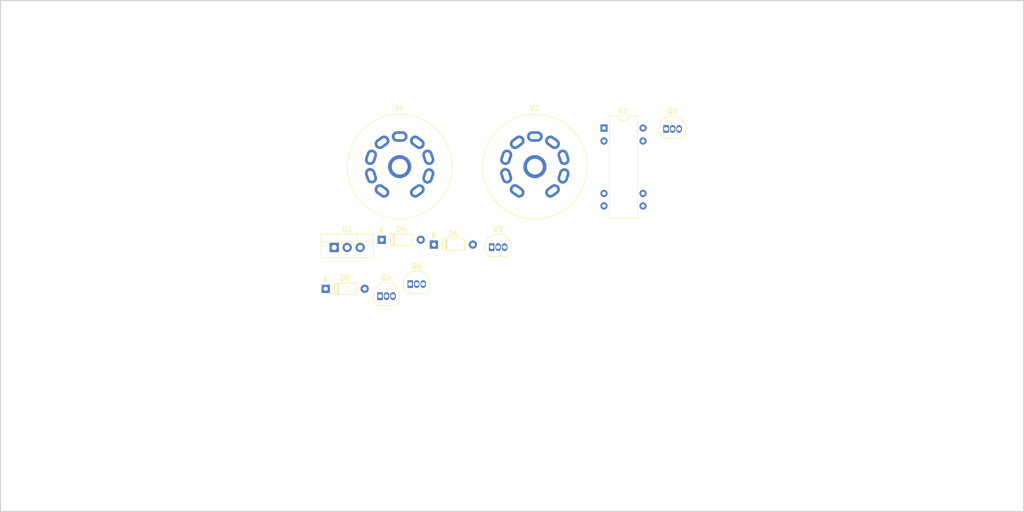
<source format=kicad_pcb>
(kicad_pcb (version 20171130) (host pcbnew "(5.0.0-rc2-dev-378-g94dbcc719)")

  (general
    (thickness 1.6)
    (drawings 4)
    (tracks 0)
    (zones 0)
    (modules 11)
    (nets 27)
  )

  (page A4)
  (layers
    (0 F.Cu signal)
    (31 B.Cu signal)
    (32 B.Adhes user)
    (33 F.Adhes user)
    (34 B.Paste user)
    (35 F.Paste user)
    (36 B.SilkS user)
    (37 F.SilkS user)
    (38 B.Mask user)
    (39 F.Mask user)
    (40 Dwgs.User user)
    (41 Cmts.User user)
    (42 Eco1.User user)
    (43 Eco2.User user)
    (44 Edge.Cuts user)
    (45 Margin user)
    (46 B.CrtYd user)
    (47 F.CrtYd user)
    (48 B.Fab user)
    (49 F.Fab user)
  )

  (setup
    (last_trace_width 0.25)
    (trace_clearance 0.2)
    (zone_clearance 0.508)
    (zone_45_only no)
    (trace_min 0.2)
    (segment_width 0.2)
    (edge_width 0.15)
    (via_size 0.8)
    (via_drill 0.4)
    (via_min_size 0.4)
    (via_min_drill 0.3)
    (uvia_size 0.3)
    (uvia_drill 0.1)
    (uvias_allowed no)
    (uvia_min_size 0.2)
    (uvia_min_drill 0.1)
    (pcb_text_width 0.3)
    (pcb_text_size 1.5 1.5)
    (mod_edge_width 0.15)
    (mod_text_size 1 1)
    (mod_text_width 0.15)
    (pad_size 1.524 1.524)
    (pad_drill 0.762)
    (pad_to_mask_clearance 0.2)
    (aux_axis_origin 0 0)
    (visible_elements FFFFFF7F)
    (pcbplotparams
      (layerselection 0x010fc_ffffffff)
      (usegerberextensions false)
      (usegerberattributes false)
      (usegerberadvancedattributes false)
      (creategerberjobfile false)
      (excludeedgelayer true)
      (linewidth 0.100000)
      (plotframeref false)
      (viasonmask false)
      (mode 1)
      (useauxorigin false)
      (hpglpennumber 1)
      (hpglpenspeed 20)
      (hpglpendiameter 15)
      (psnegative false)
      (psa4output false)
      (plotreference true)
      (plotvalue true)
      (plotinvisibletext false)
      (padsonsilk false)
      (subtractmaskfromsilk false)
      (outputformat 1)
      (mirror false)
      (drillshape 1)
      (scaleselection 1)
      (outputdirectory ../../images/))
  )

  (net 0 "")
  (net 1 "Net-(C12-Pad1)")
  (net 2 "Net-(D4-Pad2)")
  (net 3 "Net-(D5-Pad2)")
  (net 4 "Net-(C13-Pad1)")
  (net 5 amp-out)
  (net 6 RL-OUT)
  (net 7 "Net-(Q4-Pad2)")
  (net 8 GND)
  (net 9 "Net-(Q5-Pad1)")
  (net 10 "Net-(C15-Pad2)")
  (net 11 "Net-(Q5-Pad2)")
  (net 12 "Net-(Q7-Pad3)")
  (net 13 "Net-(Q11-Pad2)")
  (net 14 "Net-(C4-Pad2)")
  (net 15 -38V)
  (net 16 "Net-(C2-Pad2)")
  (net 17 "Net-(R11-Pad1)")
  (net 18 FeedBack)
  (net 19 "Net-(Q1-Pad1)")
  (net 20 "Net-(C1-Pad2)")
  (net 21 "Net-(R6-Pad1)")
  (net 22 "Net-(R3-Pad2)")
  (net 23 "Net-(C1-Pad1)")
  (net 24 "Net-(C8-Pad2)")
  (net 25 "Net-(R11-Pad2)")
  (net 26 "Net-(C7-Pad2)")

  (net_class Default "This is the default net class."
    (clearance 0.2)
    (trace_width 0.25)
    (via_dia 0.8)
    (via_drill 0.4)
    (uvia_dia 0.3)
    (uvia_drill 0.1)
    (add_net -38V)
    (add_net FeedBack)
    (add_net GND)
    (add_net "Net-(C1-Pad1)")
    (add_net "Net-(C1-Pad2)")
    (add_net "Net-(C12-Pad1)")
    (add_net "Net-(C13-Pad1)")
    (add_net "Net-(C15-Pad2)")
    (add_net "Net-(C2-Pad2)")
    (add_net "Net-(C4-Pad2)")
    (add_net "Net-(C7-Pad2)")
    (add_net "Net-(C8-Pad2)")
    (add_net "Net-(D4-Pad2)")
    (add_net "Net-(D5-Pad2)")
    (add_net "Net-(Q1-Pad1)")
    (add_net "Net-(Q11-Pad2)")
    (add_net "Net-(Q4-Pad2)")
    (add_net "Net-(Q5-Pad1)")
    (add_net "Net-(Q5-Pad2)")
    (add_net "Net-(Q7-Pad3)")
    (add_net "Net-(R11-Pad1)")
    (add_net "Net-(R11-Pad2)")
    (add_net "Net-(R3-Pad2)")
    (add_net "Net-(R6-Pad1)")
    (add_net RL-OUT)
    (add_net amp-out)
  )

  (module Valve:Valve_ECC-83-2 (layer F.Cu) (tedit 5A030096) (tstamp 5ADC85E8)
    (at 149.75542 78.62142)
    (descr "Valve ECC-83-2 flat pins")
    (tags "Valve ECC-83-2 flat pins")
    (path /5AD246E0)
    (fp_text reference V2 (at -3.45 -16.18) (layer F.SilkS)
      (effects (font (size 1 1) (thickness 0.15)))
    )
    (fp_text value ECC88 (at -3.45 6.68) (layer F.Fab)
      (effects (font (size 1 1) (thickness 0.15)))
    )
    (fp_circle (center -3.45 -4.75) (end 6.71 -3.48) (layer F.SilkS) (width 0.12))
    (fp_circle (center -3.45 -4.75) (end -3.45 -15.25) (layer F.CrtYd) (width 0.05))
    (fp_circle (center -3.45 -4.75) (end -3.45 -15) (layer F.Fab) (width 0.1))
    (fp_text user %R (at -3.45 -13.25) (layer F.Fab)
      (effects (font (size 1 1) (thickness 0.15)))
    )
    (pad 2 thru_hole circle (at -3.45 -4.75) (size 4.5 4.5) (drill 3.1) (layers *.Cu *.Mask))
    (pad 9 thru_hole oval (at -6.91 0 54) (size 2.03 3.05) (drill oval 1.02 2.03) (layers *.Cu *.Mask))
    (pad 8 thru_hole oval (at -9.06 -2.97 18) (size 2.03 3.05) (drill oval 1.02 2.03) (layers *.Cu *.Mask)
      (net 24 "Net-(C8-Pad2)"))
    (pad 7 thru_hole oval (at -9.06 -6.58 342) (size 2.03 3.05) (drill oval 1.02 2.03) (layers *.Cu *.Mask)
      (net 25 "Net-(R11-Pad2)"))
    (pad 6 thru_hole oval (at -6.91 -9.51 306) (size 2.03 3.05) (drill oval 1.02 2.03) (layers *.Cu *.Mask)
      (net 26 "Net-(C7-Pad2)"))
    (pad 5 thru_hole oval (at -3.45 -10.65 90) (size 2.03 3.05) (drill oval 1.02 2.03) (layers *.Cu *.Mask)
      (net 23 "Net-(C1-Pad1)"))
    (pad 4 thru_hole oval (at 0 -9.51 54) (size 2.03 3.05) (drill oval 1.02 2.03) (layers *.Cu *.Mask)
      (net 20 "Net-(C1-Pad2)"))
    (pad 3 thru_hole oval (at 2.15 -6.58 18) (size 2.03 3.05) (drill oval 1.02 2.03) (layers *.Cu *.Mask))
    (pad 2 thru_hole oval (at 2.15 -2.93 342) (size 2.03 3.05) (drill oval 1.02 2.03) (layers *.Cu *.Mask))
    (pad 1 thru_hole oval (at 0 0 306) (size 2.03 3.05) (drill oval 1.02 2.03) (layers *.Cu *.Mask))
    (model ${KISYS3DMOD}/Valve.3dshapes/Valve_ECC-83-2.wrl
      (at (xyz 0 0 0))
      (scale (xyz 1 1 1))
      (rotate (xyz 0 0 0))
    )
  )

  (module Valve:Valve_ECC-83-2 (layer F.Cu) (tedit 5A030096) (tstamp 5ADC85D7)
    (at 123.32542 78.62142)
    (descr "Valve ECC-83-2 flat pins")
    (tags "Valve ECC-83-2 flat pins")
    (path /5AD24911)
    (fp_text reference V1 (at -3.45 -16.18) (layer F.SilkS)
      (effects (font (size 1 1) (thickness 0.15)))
    )
    (fp_text value ECC83 (at -3.45 6.68) (layer F.Fab)
      (effects (font (size 1 1) (thickness 0.15)))
    )
    (fp_text user %R (at -3.45 -13.25) (layer F.Fab)
      (effects (font (size 1 1) (thickness 0.15)))
    )
    (fp_circle (center -3.45 -4.75) (end -3.45 -15) (layer F.Fab) (width 0.1))
    (fp_circle (center -3.45 -4.75) (end -3.45 -15.25) (layer F.CrtYd) (width 0.05))
    (fp_circle (center -3.45 -4.75) (end 6.71 -3.48) (layer F.SilkS) (width 0.12))
    (pad 1 thru_hole oval (at 0 0 306) (size 2.03 3.05) (drill oval 1.02 2.03) (layers *.Cu *.Mask)
      (net 17 "Net-(R11-Pad1)"))
    (pad 2 thru_hole oval (at 2.15 -2.93 342) (size 2.03 3.05) (drill oval 1.02 2.03) (layers *.Cu *.Mask)
      (net 18 FeedBack))
    (pad 3 thru_hole oval (at 2.15 -6.58 18) (size 2.03 3.05) (drill oval 1.02 2.03) (layers *.Cu *.Mask)
      (net 19 "Net-(Q1-Pad1)"))
    (pad 4 thru_hole oval (at 0 -9.51 54) (size 2.03 3.05) (drill oval 1.02 2.03) (layers *.Cu *.Mask)
      (net 20 "Net-(C1-Pad2)"))
    (pad 5 thru_hole oval (at -3.45 -10.65 90) (size 2.03 3.05) (drill oval 1.02 2.03) (layers *.Cu *.Mask)
      (net 20 "Net-(C1-Pad2)"))
    (pad 6 thru_hole oval (at -6.91 -9.51 306) (size 2.03 3.05) (drill oval 1.02 2.03) (layers *.Cu *.Mask)
      (net 21 "Net-(R6-Pad1)"))
    (pad 7 thru_hole oval (at -9.06 -6.58 342) (size 2.03 3.05) (drill oval 1.02 2.03) (layers *.Cu *.Mask)
      (net 22 "Net-(R3-Pad2)"))
    (pad 8 thru_hole oval (at -9.06 -2.97 18) (size 2.03 3.05) (drill oval 1.02 2.03) (layers *.Cu *.Mask)
      (net 19 "Net-(Q1-Pad1)"))
    (pad 9 thru_hole oval (at -6.91 0 54) (size 2.03 3.05) (drill oval 1.02 2.03) (layers *.Cu *.Mask)
      (net 23 "Net-(C1-Pad1)"))
    (pad 2 thru_hole circle (at -3.45 -4.75) (size 4.5 4.5) (drill 3.1) (layers *.Cu *.Mask)
      (net 18 FeedBack))
    (model ${KISYS3DMOD}/Valve.3dshapes/Valve_ECC-83-2.wrl
      (at (xyz 0 0 0))
      (scale (xyz 1 1 1))
      (rotate (xyz 0 0 0))
    )
  )

  (module Diode_THT:D_DO-35_SOD27_P7.62mm_Horizontal (layer F.Cu) (tedit 5A195B5A) (tstamp 5ADC7AA8)
    (at 116.365001 88.1835)
    (descr "D, DO-35_SOD27 series, Axial, Horizontal, pin pitch=7.62mm, , length*diameter=4*2mm^2, , http://www.diodes.com/_files/packages/DO-35.pdf")
    (tags "D DO-35_SOD27 series Axial Horizontal pin pitch 7.62mm  length 4mm diameter 2mm")
    (path /5B71E607)
    (fp_text reference D4 (at 3.81 -2.12) (layer F.SilkS)
      (effects (font (size 1 1) (thickness 0.15)))
    )
    (fp_text value 1N4148 (at 3.81 2.12) (layer F.Fab)
      (effects (font (size 1 1) (thickness 0.15)))
    )
    (fp_line (start 1.81 -1) (end 1.81 1) (layer F.Fab) (width 0.1))
    (fp_line (start 1.81 1) (end 5.81 1) (layer F.Fab) (width 0.1))
    (fp_line (start 5.81 1) (end 5.81 -1) (layer F.Fab) (width 0.1))
    (fp_line (start 5.81 -1) (end 1.81 -1) (layer F.Fab) (width 0.1))
    (fp_line (start 0 0) (end 1.81 0) (layer F.Fab) (width 0.1))
    (fp_line (start 7.62 0) (end 5.81 0) (layer F.Fab) (width 0.1))
    (fp_line (start 2.41 -1) (end 2.41 1) (layer F.Fab) (width 0.1))
    (fp_line (start 2.51 -1) (end 2.51 1) (layer F.Fab) (width 0.1))
    (fp_line (start 2.31 -1) (end 2.31 1) (layer F.Fab) (width 0.1))
    (fp_line (start 1.69 -1.12) (end 1.69 1.12) (layer F.SilkS) (width 0.12))
    (fp_line (start 1.69 1.12) (end 5.93 1.12) (layer F.SilkS) (width 0.12))
    (fp_line (start 5.93 1.12) (end 5.93 -1.12) (layer F.SilkS) (width 0.12))
    (fp_line (start 5.93 -1.12) (end 1.69 -1.12) (layer F.SilkS) (width 0.12))
    (fp_line (start 1.04 0) (end 1.69 0) (layer F.SilkS) (width 0.12))
    (fp_line (start 6.58 0) (end 5.93 0) (layer F.SilkS) (width 0.12))
    (fp_line (start 2.41 -1.12) (end 2.41 1.12) (layer F.SilkS) (width 0.12))
    (fp_line (start 2.53 -1.12) (end 2.53 1.12) (layer F.SilkS) (width 0.12))
    (fp_line (start 2.29 -1.12) (end 2.29 1.12) (layer F.SilkS) (width 0.12))
    (fp_line (start -1.05 -1.4) (end -1.05 1.4) (layer F.CrtYd) (width 0.05))
    (fp_line (start -1.05 1.4) (end 8.7 1.4) (layer F.CrtYd) (width 0.05))
    (fp_line (start 8.7 1.4) (end 8.7 -1.4) (layer F.CrtYd) (width 0.05))
    (fp_line (start 8.7 -1.4) (end -1.05 -1.4) (layer F.CrtYd) (width 0.05))
    (fp_text user %R (at 4.11 0) (layer F.Fab)
      (effects (font (size 0.8 0.8) (thickness 0.12)))
    )
    (fp_text user K (at 0 -1.8) (layer F.Fab)
      (effects (font (size 1 1) (thickness 0.15)))
    )
    (fp_text user K (at 0 -1.8) (layer F.SilkS)
      (effects (font (size 1 1) (thickness 0.15)))
    )
    (pad 1 thru_hole rect (at 0 0) (size 1.6 1.6) (drill 0.8) (layers *.Cu *.Mask)
      (net 1 "Net-(C12-Pad1)"))
    (pad 2 thru_hole oval (at 7.62 0) (size 1.6 1.6) (drill 0.8) (layers *.Cu *.Mask)
      (net 2 "Net-(D4-Pad2)"))
    (model ${KISYS3DMOD}/Diode_THT.3dshapes/D_DO-35_SOD27_P7.62mm_Horizontal.wrl
      (at (xyz 0 0 0))
      (scale (xyz 1 1 1))
      (rotate (xyz 0 0 0))
    )
  )

  (module Diode_THT:D_DO-35_SOD27_P7.62mm_Horizontal (layer F.Cu) (tedit 5A195B5A) (tstamp 5ADC7AC7)
    (at 105.415001 97.7735)
    (descr "D, DO-35_SOD27 series, Axial, Horizontal, pin pitch=7.62mm, , length*diameter=4*2mm^2, , http://www.diodes.com/_files/packages/DO-35.pdf")
    (tags "D DO-35_SOD27 series Axial Horizontal pin pitch 7.62mm  length 4mm diameter 2mm")
    (path /5B71E871)
    (fp_text reference D5 (at 3.81 -2.12) (layer F.SilkS)
      (effects (font (size 1 1) (thickness 0.15)))
    )
    (fp_text value 1N4148 (at 3.81 2.12) (layer F.Fab)
      (effects (font (size 1 1) (thickness 0.15)))
    )
    (fp_text user K (at 0 -1.8) (layer F.SilkS)
      (effects (font (size 1 1) (thickness 0.15)))
    )
    (fp_text user K (at 0 -1.8) (layer F.Fab)
      (effects (font (size 1 1) (thickness 0.15)))
    )
    (fp_text user %R (at 4.11 0) (layer F.Fab)
      (effects (font (size 0.8 0.8) (thickness 0.12)))
    )
    (fp_line (start 8.7 -1.4) (end -1.05 -1.4) (layer F.CrtYd) (width 0.05))
    (fp_line (start 8.7 1.4) (end 8.7 -1.4) (layer F.CrtYd) (width 0.05))
    (fp_line (start -1.05 1.4) (end 8.7 1.4) (layer F.CrtYd) (width 0.05))
    (fp_line (start -1.05 -1.4) (end -1.05 1.4) (layer F.CrtYd) (width 0.05))
    (fp_line (start 2.29 -1.12) (end 2.29 1.12) (layer F.SilkS) (width 0.12))
    (fp_line (start 2.53 -1.12) (end 2.53 1.12) (layer F.SilkS) (width 0.12))
    (fp_line (start 2.41 -1.12) (end 2.41 1.12) (layer F.SilkS) (width 0.12))
    (fp_line (start 6.58 0) (end 5.93 0) (layer F.SilkS) (width 0.12))
    (fp_line (start 1.04 0) (end 1.69 0) (layer F.SilkS) (width 0.12))
    (fp_line (start 5.93 -1.12) (end 1.69 -1.12) (layer F.SilkS) (width 0.12))
    (fp_line (start 5.93 1.12) (end 5.93 -1.12) (layer F.SilkS) (width 0.12))
    (fp_line (start 1.69 1.12) (end 5.93 1.12) (layer F.SilkS) (width 0.12))
    (fp_line (start 1.69 -1.12) (end 1.69 1.12) (layer F.SilkS) (width 0.12))
    (fp_line (start 2.31 -1) (end 2.31 1) (layer F.Fab) (width 0.1))
    (fp_line (start 2.51 -1) (end 2.51 1) (layer F.Fab) (width 0.1))
    (fp_line (start 2.41 -1) (end 2.41 1) (layer F.Fab) (width 0.1))
    (fp_line (start 7.62 0) (end 5.81 0) (layer F.Fab) (width 0.1))
    (fp_line (start 0 0) (end 1.81 0) (layer F.Fab) (width 0.1))
    (fp_line (start 5.81 -1) (end 1.81 -1) (layer F.Fab) (width 0.1))
    (fp_line (start 5.81 1) (end 5.81 -1) (layer F.Fab) (width 0.1))
    (fp_line (start 1.81 1) (end 5.81 1) (layer F.Fab) (width 0.1))
    (fp_line (start 1.81 -1) (end 1.81 1) (layer F.Fab) (width 0.1))
    (pad 2 thru_hole oval (at 7.62 0) (size 1.6 1.6) (drill 0.8) (layers *.Cu *.Mask)
      (net 3 "Net-(D5-Pad2)"))
    (pad 1 thru_hole rect (at 0 0) (size 1.6 1.6) (drill 0.8) (layers *.Cu *.Mask)
      (net 4 "Net-(C13-Pad1)"))
    (model ${KISYS3DMOD}/Diode_THT.3dshapes/D_DO-35_SOD27_P7.62mm_Horizontal.wrl
      (at (xyz 0 0 0))
      (scale (xyz 1 1 1))
      (rotate (xyz 0 0 0))
    )
  )

  (module Diode_THT:D_DO-35_SOD27_P7.62mm_Horizontal (layer F.Cu) (tedit 5A195B5A) (tstamp 5ADC7AE6)
    (at 126.565001 89.1235)
    (descr "D, DO-35_SOD27 series, Axial, Horizontal, pin pitch=7.62mm, , length*diameter=4*2mm^2, , http://www.diodes.com/_files/packages/DO-35.pdf")
    (tags "D DO-35_SOD27 series Axial Horizontal pin pitch 7.62mm  length 4mm diameter 2mm")
    (path /5B71E947)
    (fp_text reference D6 (at 3.81 -2.12) (layer F.SilkS)
      (effects (font (size 1 1) (thickness 0.15)))
    )
    (fp_text value 1N4148 (at 3.81 2.12) (layer F.Fab)
      (effects (font (size 1 1) (thickness 0.15)))
    )
    (fp_line (start 1.81 -1) (end 1.81 1) (layer F.Fab) (width 0.1))
    (fp_line (start 1.81 1) (end 5.81 1) (layer F.Fab) (width 0.1))
    (fp_line (start 5.81 1) (end 5.81 -1) (layer F.Fab) (width 0.1))
    (fp_line (start 5.81 -1) (end 1.81 -1) (layer F.Fab) (width 0.1))
    (fp_line (start 0 0) (end 1.81 0) (layer F.Fab) (width 0.1))
    (fp_line (start 7.62 0) (end 5.81 0) (layer F.Fab) (width 0.1))
    (fp_line (start 2.41 -1) (end 2.41 1) (layer F.Fab) (width 0.1))
    (fp_line (start 2.51 -1) (end 2.51 1) (layer F.Fab) (width 0.1))
    (fp_line (start 2.31 -1) (end 2.31 1) (layer F.Fab) (width 0.1))
    (fp_line (start 1.69 -1.12) (end 1.69 1.12) (layer F.SilkS) (width 0.12))
    (fp_line (start 1.69 1.12) (end 5.93 1.12) (layer F.SilkS) (width 0.12))
    (fp_line (start 5.93 1.12) (end 5.93 -1.12) (layer F.SilkS) (width 0.12))
    (fp_line (start 5.93 -1.12) (end 1.69 -1.12) (layer F.SilkS) (width 0.12))
    (fp_line (start 1.04 0) (end 1.69 0) (layer F.SilkS) (width 0.12))
    (fp_line (start 6.58 0) (end 5.93 0) (layer F.SilkS) (width 0.12))
    (fp_line (start 2.41 -1.12) (end 2.41 1.12) (layer F.SilkS) (width 0.12))
    (fp_line (start 2.53 -1.12) (end 2.53 1.12) (layer F.SilkS) (width 0.12))
    (fp_line (start 2.29 -1.12) (end 2.29 1.12) (layer F.SilkS) (width 0.12))
    (fp_line (start -1.05 -1.4) (end -1.05 1.4) (layer F.CrtYd) (width 0.05))
    (fp_line (start -1.05 1.4) (end 8.7 1.4) (layer F.CrtYd) (width 0.05))
    (fp_line (start 8.7 1.4) (end 8.7 -1.4) (layer F.CrtYd) (width 0.05))
    (fp_line (start 8.7 -1.4) (end -1.05 -1.4) (layer F.CrtYd) (width 0.05))
    (fp_text user %R (at 4.11 0) (layer F.Fab)
      (effects (font (size 0.8 0.8) (thickness 0.12)))
    )
    (fp_text user K (at 0 -1.8) (layer F.Fab)
      (effects (font (size 1 1) (thickness 0.15)))
    )
    (fp_text user K (at 0 -1.8) (layer F.SilkS)
      (effects (font (size 1 1) (thickness 0.15)))
    )
    (pad 1 thru_hole rect (at 0 0) (size 1.6 1.6) (drill 0.8) (layers *.Cu *.Mask)
      (net 1 "Net-(C12-Pad1)"))
    (pad 2 thru_hole oval (at 7.62 0) (size 1.6 1.6) (drill 0.8) (layers *.Cu *.Mask)
      (net 4 "Net-(C13-Pad1)"))
    (model ${KISYS3DMOD}/Diode_THT.3dshapes/D_DO-35_SOD27_P7.62mm_Horizontal.wrl
      (at (xyz 0 0 0))
      (scale (xyz 1 1 1))
      (rotate (xyz 0 0 0))
    )
  )

  (module Relay_THT:Relay_StandexMeder_DIP_LowProfile (layer F.Cu) (tedit 5A54BF5F) (tstamp 5ADC7B02)
    (at 159.822143 66.3235)
    (descr "package for Standex Meder DIP reed relay series, see https://standexelectronics.com/wp-content/uploads/datasheet_reed_relay_DIP.pdf")
    (tags "DIL DIP PDIP 2.54mm 7.62mm 300mil reed relay")
    (path /5AF901C2)
    (fp_text reference K1 (at 3.81 -3.39) (layer F.SilkS)
      (effects (font (size 1 1) (thickness 0.15)))
    )
    (fp_text value DIPxx-1Axx-11x (at 3.81 18.63) (layer F.Fab)
      (effects (font (size 1 1) (thickness 0.15)))
    )
    (fp_text user %R (at 3.815 7.62) (layer F.Fab)
      (effects (font (size 1 1) (thickness 0.15)))
    )
    (fp_line (start 1.64 -2.27) (end 6.99 -2.27) (layer F.Fab) (width 0.1))
    (fp_line (start 6.99 -2.27) (end 6.99 17.51) (layer F.Fab) (width 0.1))
    (fp_line (start 6.99 17.51) (end 0.64 17.51) (layer F.Fab) (width 0.1))
    (fp_line (start 0.64 17.51) (end 0.64 -1.27) (layer F.Fab) (width 0.1))
    (fp_line (start 0.64 -1.27) (end 1.64 -2.27) (layer F.Fab) (width 0.1))
    (fp_line (start 2.81 -2.39) (end 1.04 -2.39) (layer F.SilkS) (width 0.12))
    (fp_line (start 1.04 -2.39) (end 1.04 17.63) (layer F.SilkS) (width 0.12))
    (fp_line (start 1.04 17.63) (end 6.58 17.63) (layer F.SilkS) (width 0.12))
    (fp_line (start 6.58 17.63) (end 6.58 -2.39) (layer F.SilkS) (width 0.12))
    (fp_line (start 6.58 -2.39) (end 4.81 -2.39) (layer F.SilkS) (width 0.12))
    (fp_line (start -1.1 -2.6) (end -1.1 17.8) (layer F.CrtYd) (width 0.05))
    (fp_line (start -1.1 17.8) (end 8.7 17.8) (layer F.CrtYd) (width 0.05))
    (fp_line (start 8.7 17.8) (end 8.7 -2.6) (layer F.CrtYd) (width 0.05))
    (fp_line (start 8.7 -2.6) (end -1.1 -2.6) (layer F.CrtYd) (width 0.05))
    (fp_arc (start 3.81 -2.39) (end 2.81 -2.39) (angle -180) (layer F.SilkS) (width 0.12))
    (pad 13 thru_hole circle (at 7.62 2.54) (size 1.4 1.4) (drill 0.7) (layers *.Cu *.Mask))
    (pad 9 thru_hole circle (at 7.62 12.8) (size 1.4 1.4) (drill 0.7) (layers *.Cu *.Mask))
    (pad 6 thru_hole circle (at 0 12.8) (size 1.4 1.4) (drill 0.7) (layers *.Cu *.Mask)
      (net 2 "Net-(D4-Pad2)"))
    (pad 2 thru_hole circle (at 0 2.54) (size 1.4 1.4) (drill 0.7) (layers *.Cu *.Mask)
      (net 1 "Net-(C12-Pad1)"))
    (pad 1 thru_hole rect (at 0 0) (size 1.4 1.4) (drill 0.7) (layers *.Cu *.Mask)
      (net 5 amp-out))
    (pad 8 thru_hole circle (at 7.62 15.24) (size 1.4 1.4) (drill 0.7) (layers *.Cu *.Mask)
      (net 6 RL-OUT))
    (pad 7 thru_hole circle (at 0 15.24) (size 1.4 1.4) (drill 0.7) (layers *.Cu *.Mask)
      (net 6 RL-OUT))
    (pad 14 thru_hole circle (at 7.62 0) (size 1.4 1.4) (drill 0.7) (layers *.Cu *.Mask)
      (net 5 amp-out))
    (model ${KISYS3DMOD}/Relay_THT.3dshapes/Relay_StandexMeder_DIP_LowProfile.wrl
      (at (xyz 0 0 0))
      (scale (xyz 1 1 1))
      (rotate (xyz 0 0 0))
    )
  )

  (module Package_TO_SOT_THT:TO-92_Inline (layer F.Cu) (tedit 5A1DD157) (tstamp 5ADC7B14)
    (at 116.025001 99.2135)
    (descr "TO-92 leads in-line, narrow, oval pads, drill 0.75mm (see NXP sot054_po.pdf)")
    (tags "to-92 sc-43 sc-43a sot54 PA33 transistor")
    (path /5B030103)
    (fp_text reference Q4 (at 1.27 -3.56) (layer F.SilkS)
      (effects (font (size 1 1) (thickness 0.15)))
    )
    (fp_text value BS170 (at 1.27 2.79) (layer F.Fab)
      (effects (font (size 1 1) (thickness 0.15)))
    )
    (fp_text user %R (at 1.27 -3.56) (layer F.Fab)
      (effects (font (size 1 1) (thickness 0.15)))
    )
    (fp_line (start -0.53 1.85) (end 3.07 1.85) (layer F.SilkS) (width 0.12))
    (fp_line (start -0.5 1.75) (end 3 1.75) (layer F.Fab) (width 0.1))
    (fp_line (start -1.46 -2.73) (end 4 -2.73) (layer F.CrtYd) (width 0.05))
    (fp_line (start -1.46 -2.73) (end -1.46 2.01) (layer F.CrtYd) (width 0.05))
    (fp_line (start 4 2.01) (end 4 -2.73) (layer F.CrtYd) (width 0.05))
    (fp_line (start 4 2.01) (end -1.46 2.01) (layer F.CrtYd) (width 0.05))
    (fp_arc (start 1.27 0) (end 1.27 -2.48) (angle 135) (layer F.Fab) (width 0.1))
    (fp_arc (start 1.27 0) (end 1.27 -2.6) (angle -135) (layer F.SilkS) (width 0.12))
    (fp_arc (start 1.27 0) (end 1.27 -2.48) (angle -135) (layer F.Fab) (width 0.1))
    (fp_arc (start 1.27 0) (end 1.27 -2.6) (angle 135) (layer F.SilkS) (width 0.12))
    (pad 2 thru_hole oval (at 1.27 0) (size 1.05 1.5) (drill 0.75) (layers *.Cu *.Mask)
      (net 7 "Net-(Q4-Pad2)"))
    (pad 3 thru_hole oval (at 2.54 0) (size 1.05 1.5) (drill 0.75) (layers *.Cu *.Mask)
      (net 8 GND))
    (pad 1 thru_hole rect (at 0 0) (size 1.05 1.5) (drill 0.75) (layers *.Cu *.Mask)
      (net 2 "Net-(D4-Pad2)"))
    (model ${KISYS3DMOD}/Package_TO_SOT_THT.3dshapes/TO-92_Inline.wrl
      (at (xyz 0 0 0))
      (scale (xyz 1 1 1))
      (rotate (xyz 0 0 0))
    )
  )

  (module Package_TO_SOT_THT:TO-92_Inline (layer F.Cu) (tedit 5A1DD157) (tstamp 5ADC7B26)
    (at 171.945001 66.4935)
    (descr "TO-92 leads in-line, narrow, oval pads, drill 0.75mm (see NXP sot054_po.pdf)")
    (tags "to-92 sc-43 sc-43a sot54 PA33 transistor")
    (path /5B246D50)
    (fp_text reference Q5 (at 1.27 -3.56) (layer F.SilkS)
      (effects (font (size 1 1) (thickness 0.15)))
    )
    (fp_text value BC547 (at 1.27 2.79) (layer F.Fab)
      (effects (font (size 1 1) (thickness 0.15)))
    )
    (fp_arc (start 1.27 0) (end 1.27 -2.6) (angle 135) (layer F.SilkS) (width 0.12))
    (fp_arc (start 1.27 0) (end 1.27 -2.48) (angle -135) (layer F.Fab) (width 0.1))
    (fp_arc (start 1.27 0) (end 1.27 -2.6) (angle -135) (layer F.SilkS) (width 0.12))
    (fp_arc (start 1.27 0) (end 1.27 -2.48) (angle 135) (layer F.Fab) (width 0.1))
    (fp_line (start 4 2.01) (end -1.46 2.01) (layer F.CrtYd) (width 0.05))
    (fp_line (start 4 2.01) (end 4 -2.73) (layer F.CrtYd) (width 0.05))
    (fp_line (start -1.46 -2.73) (end -1.46 2.01) (layer F.CrtYd) (width 0.05))
    (fp_line (start -1.46 -2.73) (end 4 -2.73) (layer F.CrtYd) (width 0.05))
    (fp_line (start -0.5 1.75) (end 3 1.75) (layer F.Fab) (width 0.1))
    (fp_line (start -0.53 1.85) (end 3.07 1.85) (layer F.SilkS) (width 0.12))
    (fp_text user %R (at 1.27 -3.56) (layer F.Fab)
      (effects (font (size 1 1) (thickness 0.15)))
    )
    (pad 1 thru_hole rect (at 0 0) (size 1.05 1.5) (drill 0.75) (layers *.Cu *.Mask)
      (net 9 "Net-(Q5-Pad1)"))
    (pad 3 thru_hole oval (at 2.54 0) (size 1.05 1.5) (drill 0.75) (layers *.Cu *.Mask)
      (net 10 "Net-(C15-Pad2)"))
    (pad 2 thru_hole oval (at 1.27 0) (size 1.05 1.5) (drill 0.75) (layers *.Cu *.Mask)
      (net 11 "Net-(Q5-Pad2)"))
    (model ${KISYS3DMOD}/Package_TO_SOT_THT.3dshapes/TO-92_Inline.wrl
      (at (xyz 0 0 0))
      (scale (xyz 1 1 1))
      (rotate (xyz 0 0 0))
    )
  )

  (module Package_TO_SOT_THT:TO-92_Inline (layer F.Cu) (tedit 5A1DD157) (tstamp 5ADC7B38)
    (at 121.935001 96.8535)
    (descr "TO-92 leads in-line, narrow, oval pads, drill 0.75mm (see NXP sot054_po.pdf)")
    (tags "to-92 sc-43 sc-43a sot54 PA33 transistor")
    (path /5B246C7E)
    (fp_text reference Q6 (at 1.27 -3.56) (layer F.SilkS)
      (effects (font (size 1 1) (thickness 0.15)))
    )
    (fp_text value BC547 (at 1.27 2.79) (layer F.Fab)
      (effects (font (size 1 1) (thickness 0.15)))
    )
    (fp_text user %R (at 1.27 -3.56) (layer F.Fab)
      (effects (font (size 1 1) (thickness 0.15)))
    )
    (fp_line (start -0.53 1.85) (end 3.07 1.85) (layer F.SilkS) (width 0.12))
    (fp_line (start -0.5 1.75) (end 3 1.75) (layer F.Fab) (width 0.1))
    (fp_line (start -1.46 -2.73) (end 4 -2.73) (layer F.CrtYd) (width 0.05))
    (fp_line (start -1.46 -2.73) (end -1.46 2.01) (layer F.CrtYd) (width 0.05))
    (fp_line (start 4 2.01) (end 4 -2.73) (layer F.CrtYd) (width 0.05))
    (fp_line (start 4 2.01) (end -1.46 2.01) (layer F.CrtYd) (width 0.05))
    (fp_arc (start 1.27 0) (end 1.27 -2.48) (angle 135) (layer F.Fab) (width 0.1))
    (fp_arc (start 1.27 0) (end 1.27 -2.6) (angle -135) (layer F.SilkS) (width 0.12))
    (fp_arc (start 1.27 0) (end 1.27 -2.48) (angle -135) (layer F.Fab) (width 0.1))
    (fp_arc (start 1.27 0) (end 1.27 -2.6) (angle 135) (layer F.SilkS) (width 0.12))
    (pad 2 thru_hole oval (at 1.27 0) (size 1.05 1.5) (drill 0.75) (layers *.Cu *.Mask)
      (net 11 "Net-(Q5-Pad2)"))
    (pad 3 thru_hole oval (at 2.54 0) (size 1.05 1.5) (drill 0.75) (layers *.Cu *.Mask)
      (net 11 "Net-(Q5-Pad2)"))
    (pad 1 thru_hole rect (at 0 0) (size 1.05 1.5) (drill 0.75) (layers *.Cu *.Mask)
      (net 9 "Net-(Q5-Pad1)"))
    (model ${KISYS3DMOD}/Package_TO_SOT_THT.3dshapes/TO-92_Inline.wrl
      (at (xyz 0 0 0))
      (scale (xyz 1 1 1))
      (rotate (xyz 0 0 0))
    )
  )

  (module Package_TO_SOT_THT:TO-92_Inline (layer F.Cu) (tedit 5A1DD157) (tstamp 5ADC7B4A)
    (at 137.852143 89.6235)
    (descr "TO-92 leads in-line, narrow, oval pads, drill 0.75mm (see NXP sot054_po.pdf)")
    (tags "to-92 sc-43 sc-43a sot54 PA33 transistor")
    (path /5AD62AF9)
    (fp_text reference Q9 (at 1.27 -3.56) (layer F.SilkS)
      (effects (font (size 1 1) (thickness 0.15)))
    )
    (fp_text value 2SC1815 (at 1.27 2.79) (layer F.Fab)
      (effects (font (size 1 1) (thickness 0.15)))
    )
    (fp_arc (start 1.27 0) (end 1.27 -2.6) (angle 135) (layer F.SilkS) (width 0.12))
    (fp_arc (start 1.27 0) (end 1.27 -2.48) (angle -135) (layer F.Fab) (width 0.1))
    (fp_arc (start 1.27 0) (end 1.27 -2.6) (angle -135) (layer F.SilkS) (width 0.12))
    (fp_arc (start 1.27 0) (end 1.27 -2.48) (angle 135) (layer F.Fab) (width 0.1))
    (fp_line (start 4 2.01) (end -1.46 2.01) (layer F.CrtYd) (width 0.05))
    (fp_line (start 4 2.01) (end 4 -2.73) (layer F.CrtYd) (width 0.05))
    (fp_line (start -1.46 -2.73) (end -1.46 2.01) (layer F.CrtYd) (width 0.05))
    (fp_line (start -1.46 -2.73) (end 4 -2.73) (layer F.CrtYd) (width 0.05))
    (fp_line (start -0.5 1.75) (end 3 1.75) (layer F.Fab) (width 0.1))
    (fp_line (start -0.53 1.85) (end 3.07 1.85) (layer F.SilkS) (width 0.12))
    (fp_text user %R (at 1.27 -3.56) (layer F.Fab)
      (effects (font (size 1 1) (thickness 0.15)))
    )
    (pad 1 thru_hole rect (at 0 0) (size 1.05 1.5) (drill 0.75) (layers *.Cu *.Mask)
      (net 12 "Net-(Q7-Pad3)"))
    (pad 3 thru_hole oval (at 2.54 0) (size 1.05 1.5) (drill 0.75) (layers *.Cu *.Mask)
      (net 13 "Net-(Q11-Pad2)"))
    (pad 2 thru_hole oval (at 1.27 0) (size 1.05 1.5) (drill 0.75) (layers *.Cu *.Mask)
      (net 13 "Net-(Q11-Pad2)"))
    (model ${KISYS3DMOD}/Package_TO_SOT_THT.3dshapes/TO-92_Inline.wrl
      (at (xyz 0 0 0))
      (scale (xyz 1 1 1))
      (rotate (xyz 0 0 0))
    )
  )

  (module Package_TO_SOT_THT:TO-220-3_Vertical (layer F.Cu) (tedit 5A02FF81) (tstamp 5ADC7B64)
    (at 107.075001 89.6835)
    (descr "TO-220-3, Vertical, RM 2.54mm")
    (tags "TO-220-3 Vertical RM 2.54mm")
    (path /5AC25F95)
    (fp_text reference U1 (at 2.54 -3.62) (layer F.SilkS)
      (effects (font (size 1 1) (thickness 0.15)))
    )
    (fp_text value LM337_TO220 (at 2.54 3.92) (layer F.Fab)
      (effects (font (size 1 1) (thickness 0.15)))
    )
    (fp_text user %R (at 2.54 -3.62) (layer F.Fab)
      (effects (font (size 1 1) (thickness 0.15)))
    )
    (fp_line (start -2.46 -2.5) (end -2.46 1.9) (layer F.Fab) (width 0.1))
    (fp_line (start -2.46 1.9) (end 7.54 1.9) (layer F.Fab) (width 0.1))
    (fp_line (start 7.54 1.9) (end 7.54 -2.5) (layer F.Fab) (width 0.1))
    (fp_line (start 7.54 -2.5) (end -2.46 -2.5) (layer F.Fab) (width 0.1))
    (fp_line (start -2.46 -1.23) (end 7.54 -1.23) (layer F.Fab) (width 0.1))
    (fp_line (start 0.69 -2.5) (end 0.69 -1.23) (layer F.Fab) (width 0.1))
    (fp_line (start 4.39 -2.5) (end 4.39 -1.23) (layer F.Fab) (width 0.1))
    (fp_line (start -2.58 -2.62) (end 7.66 -2.62) (layer F.SilkS) (width 0.12))
    (fp_line (start -2.58 2.021) (end 7.66 2.021) (layer F.SilkS) (width 0.12))
    (fp_line (start -2.58 -2.62) (end -2.58 2.021) (layer F.SilkS) (width 0.12))
    (fp_line (start 7.66 -2.62) (end 7.66 2.021) (layer F.SilkS) (width 0.12))
    (fp_line (start -2.58 -1.11) (end 7.66 -1.11) (layer F.SilkS) (width 0.12))
    (fp_line (start 0.69 -2.62) (end 0.69 -1.11) (layer F.SilkS) (width 0.12))
    (fp_line (start 4.391 -2.62) (end 4.391 -1.11) (layer F.SilkS) (width 0.12))
    (fp_line (start -2.71 -2.75) (end -2.71 2.16) (layer F.CrtYd) (width 0.05))
    (fp_line (start -2.71 2.16) (end 7.79 2.16) (layer F.CrtYd) (width 0.05))
    (fp_line (start 7.79 2.16) (end 7.79 -2.75) (layer F.CrtYd) (width 0.05))
    (fp_line (start 7.79 -2.75) (end -2.71 -2.75) (layer F.CrtYd) (width 0.05))
    (pad 1 thru_hole rect (at 0 0) (size 1.8 1.8) (drill 1) (layers *.Cu *.Mask)
      (net 14 "Net-(C4-Pad2)"))
    (pad 2 thru_hole oval (at 2.54 0) (size 1.8 1.8) (drill 1) (layers *.Cu *.Mask)
      (net 15 -38V))
    (pad 3 thru_hole oval (at 5.08 0) (size 1.8 1.8) (drill 1) (layers *.Cu *.Mask)
      (net 16 "Net-(C2-Pad2)"))
    (model ${KISYS3DMOD}/Package_TO_SOT_THT.3dshapes/TO-220-3_Vertical.wrl
      (at (xyz 0 0 0))
      (scale (xyz 1 1 1))
      (rotate (xyz 0 0 0))
    )
  )

  (gr_line (start 41.844 141.364) (end 241.844 141.364) (layer Edge.Cuts) (width 0.2) (tstamp 5ADC7FD2))
  (gr_line (start 241.844 41.364) (end 241.844 141.364) (layer Edge.Cuts) (width 0.2) (tstamp 5ADC7FCF))
  (gr_line (start 41.844 41.364) (end 241.844 41.364) (layer Edge.Cuts) (width 0.2) (tstamp 5ADC7FCC))
  (gr_line (start 41.844 141.364) (end 41.844 41.364) (layer Edge.Cuts) (width 0.2) (tstamp 5ADC7FC9))

)

</source>
